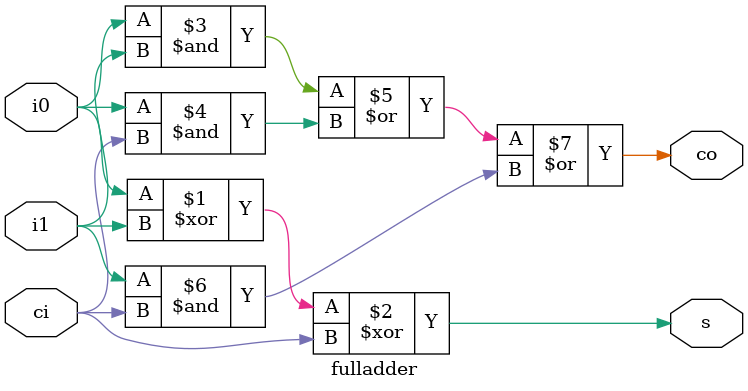
<source format=v>
/* 
 *--------------------------------------------------------------
 * This module converts a counter value N into a reset value
 * for an 8-bit LFSR.  The count is initialized by "reset" high
 * or "start" transition high.  When the count is valid, it is
 * latched into "dp" and the signal "done" is raised to indicate
 * a valid new value of "dp".
 *--------------------------------------------------------------
 */

module fulladder(i0, i1, ci, s, co);

input         i0;
input         i1;
input         ci;
output  	  s;
output  	  co;

xor x1(s, i0, i1, ci);
assign co = (i0 & i1) | (i0 & ci) | (i1 & ci);

endmodule
</source>
